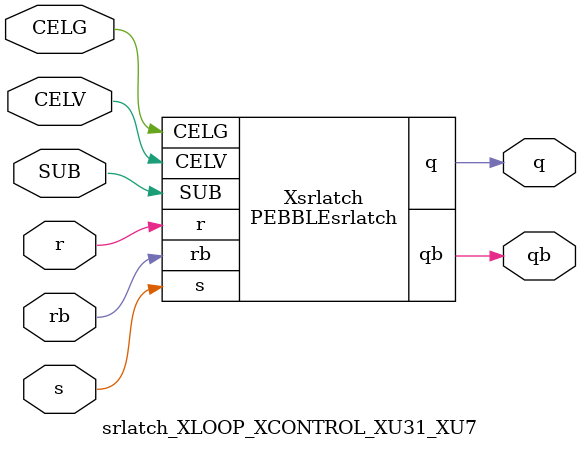
<source format=v>



module PEBBLEsrlatch ( q, qb, CELG, CELV, SUB, r, rb, s );

  input CELV;
  input s;
  output q;
  input rb;
  input r;
  input SUB;
  input CELG;
  output qb;
endmodule

//Celera Confidential Do Not Copy srlatch_XLOOP_XCONTROL_XU31_XU7
//Celera Confidential Symbol Generator
//SR Latch
module srlatch_XLOOP_XCONTROL_XU31_XU7 (CELV,CELG,s,r,rb,q,qb,SUB);
input CELV;
input CELG;
input s;
input r;
input rb;
input SUB;
output q;
output qb;

//Celera Confidential Do Not Copy srlatch
PEBBLEsrlatch Xsrlatch(
.CELV (CELV),
.r (r),
.s (s),
.q (q),
.qb (qb),
.rb (rb),
.SUB (SUB),
.CELG (CELG)
);
//,diesize,PEBBLEsrlatch

//Celera Confidential Do Not Copy Module End
//Celera Schematic Generator
endmodule

</source>
